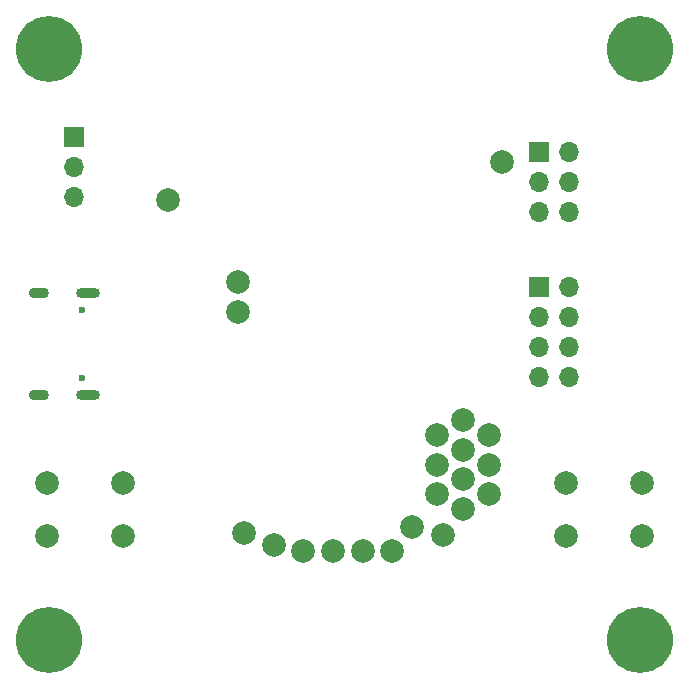
<source format=gbr>
%TF.GenerationSoftware,KiCad,Pcbnew,7.0.1*%
%TF.CreationDate,2023-12-30T18:25:03+00:00*%
%TF.ProjectId,watch_test_rig,77617463-685f-4746-9573-745f7269672e,rev?*%
%TF.SameCoordinates,Original*%
%TF.FileFunction,Soldermask,Bot*%
%TF.FilePolarity,Negative*%
%FSLAX46Y46*%
G04 Gerber Fmt 4.6, Leading zero omitted, Abs format (unit mm)*
G04 Created by KiCad (PCBNEW 7.0.1) date 2023-12-30 18:25:03*
%MOMM*%
%LPD*%
G01*
G04 APERTURE LIST*
%ADD10C,2.000000*%
%ADD11C,0.600000*%
%ADD12O,2.000000X0.900000*%
%ADD13O,1.700000X0.900000*%
%ADD14C,3.600000*%
%ADD15C,5.600000*%
%ADD16R,1.700000X1.700000*%
%ADD17O,1.700000X1.700000*%
G04 APERTURE END LIST*
D10*
%TO.C,PP122*%
X146001035Y-92289603D03*
%TD*%
%TO.C,PP121*%
X146001035Y-89739603D03*
%TD*%
%TO.C,PP120*%
X165001035Y-103939603D03*
%TD*%
%TO.C,PP119*%
X140001035Y-82789603D03*
%TD*%
%TO.C,PP118*%
X154001035Y-112489603D03*
%TD*%
%TO.C,PP117*%
X168301035Y-79589603D03*
%TD*%
%TO.C,PP116*%
X167201035Y-107689603D03*
%TD*%
%TO.C,PP115*%
X165001035Y-106439603D03*
%TD*%
%TO.C,PP114*%
X165001035Y-108939603D03*
%TD*%
%TO.C,PP113*%
X167201035Y-105189603D03*
%TD*%
%TO.C,PP112*%
X162801035Y-107689603D03*
%TD*%
%TO.C,PP111*%
X162801035Y-105189603D03*
%TD*%
%TO.C,PP110*%
X162801035Y-102689603D03*
%TD*%
%TO.C,PP109*%
X151501035Y-112489603D03*
%TD*%
%TO.C,PP108*%
X146501035Y-110989603D03*
%TD*%
%TO.C,PP107*%
X149001035Y-111989603D03*
%TD*%
%TO.C,PP106*%
X167201035Y-102689603D03*
%TD*%
%TO.C,PP105*%
X165001035Y-101439603D03*
%TD*%
%TO.C,PP104*%
X163351035Y-111189603D03*
%TD*%
%TO.C,PP103*%
X159001035Y-112489603D03*
%TD*%
%TO.C,PP102*%
X156501035Y-112489603D03*
%TD*%
%TO.C,PP101*%
X160701035Y-110489603D03*
%TD*%
D11*
%TO.C,J103*%
X132780000Y-92110000D03*
X132780000Y-97890000D03*
D12*
X133270000Y-90675000D03*
X133270000Y-99325000D03*
D13*
X129100000Y-90675000D03*
X129100000Y-99325000D03*
%TD*%
D10*
%TO.C,SW102*%
X180200000Y-111250000D03*
X173700000Y-111250000D03*
X180200000Y-106750000D03*
X173700000Y-106750000D03*
%TD*%
D14*
%TO.C,H108*%
X180000000Y-120000000D03*
D15*
X180000000Y-120000000D03*
%TD*%
D16*
%TO.C,SW101*%
X132080000Y-77470000D03*
D17*
X132080000Y-80010000D03*
X132080000Y-82550000D03*
%TD*%
D10*
%TO.C,SW103*%
X136250000Y-111250000D03*
X129750000Y-111250000D03*
X136250000Y-106750000D03*
X129750000Y-106750000D03*
%TD*%
D14*
%TO.C,H106*%
X180000000Y-70000000D03*
D15*
X180000000Y-70000000D03*
%TD*%
D16*
%TO.C,J106*%
X171450000Y-78740000D03*
D17*
X173990000Y-78740000D03*
X171450000Y-81280000D03*
X173990000Y-81280000D03*
X171450000Y-83820000D03*
X173990000Y-83820000D03*
%TD*%
D14*
%TO.C,H107*%
X130000000Y-120000000D03*
D15*
X130000000Y-120000000D03*
%TD*%
D14*
%TO.C,H105*%
X130000000Y-70000000D03*
D15*
X130000000Y-70000000D03*
%TD*%
D16*
%TO.C,J104*%
X171445000Y-90180000D03*
D17*
X173985000Y-90180000D03*
X171445000Y-92720000D03*
X173985000Y-92720000D03*
X171445000Y-95260000D03*
X173985000Y-95260000D03*
X171445000Y-97800000D03*
X173985000Y-97800000D03*
%TD*%
M02*

</source>
